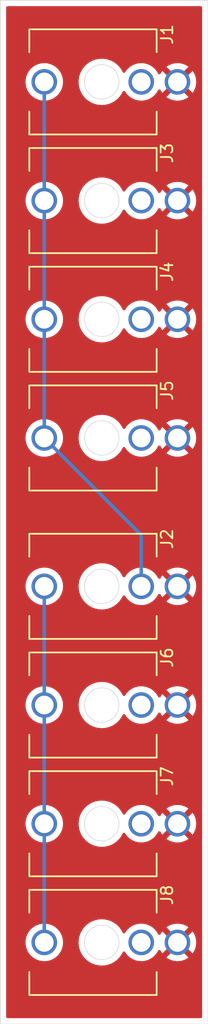
<source format=kicad_pcb>
(kicad_pcb (version 20240108) (generator "pcbnew") (generator_version "8.0")
  (layers (0 "F.Cu" signal) (31 "B.Cu" signal) (36 "B.SilkS" user "B.Silkscreen") (37 "F.SilkS" user "F.Silkscreen") (38 "B.Mask" user) (39 "F.Mask" user) (44 "Edge.Cuts" user))
  (net 0 "")
  (net 1 "Net-(J1-Pad3)")
  (net 2 "GND")
  (net 10 "Net-(J2-Pad3)")
  (footprint "Eurocad:PJ301M-12" (layer "F.Cu") (at 98.855 53.34 90)
    (property "Reference" "J4" (at 4.064 5.588 90) (layer "F.SilkS"))
    (property "Value" "OUT_A2")
    (fp_line (start 4.5 -6.2) (end 4.5 4.7) (stroke (width 0.15)) (layer "F.SilkS"))
    (fp_line (start 2.54 -6.2) (end 4.5 -6.2) (stroke (width 0.15)) (layer "F.SilkS"))
    (fp_line (start -4.5 -6.2) (end -2.54 -6.2) (stroke (width 0.15)) (layer "F.SilkS"))
    (fp_line (start -4.5 -6.2) (end -4.5 4.7) (stroke (width 0.15)) (layer "F.SilkS"))
    (fp_line (start 2.54 4.7) (end 4.5 4.7) (stroke (width 0.15)) (layer "F.SilkS"))
    (fp_line (start -4.5 4.7) (end -2.54 4.7) (stroke (width 0.15)) (layer "F.SilkS"))
    (pad "1" thru_hole circle (at 0 6.48 90) (size 2.2 2.2) (drill 1.6) (layers "*.Cu" "*.Mask") (net 2 "GND"))
    (pad "2" thru_hole circle (at 0 3.38 90) (size 2.2 2.2) (drill 1.6) (layers "*.Cu" "*.Mask"))
    (pad "3" thru_hole circle (at 0 -4.92 90) (size 2.2 2.2) (drill 1.6) (layers "*.Cu" "*.Mask") (net 1 "Net-(J1-Pad3)"))
  )
  (footprint "Eurocad:PJ301M-12" (layer "F.Cu") (at 98.855 43.18 90)
    (property "Reference" "J3" (at 4.064 5.588 90) (layer "F.SilkS"))
    (property "Value" "OUT_A1")
    (fp_line (start 4.5 -6.2) (end 4.5 4.7) (stroke (width 0.15)) (layer "F.SilkS"))
    (fp_line (start 2.54 -6.2) (end 4.5 -6.2) (stroke (width 0.15)) (layer "F.SilkS"))
    (fp_line (start -4.5 -6.2) (end -2.54 -6.2) (stroke (width 0.15)) (layer "F.SilkS"))
    (fp_line (start -4.5 -6.2) (end -4.5 4.7) (stroke (width 0.15)) (layer "F.SilkS"))
    (fp_line (start 2.54 4.7) (end 4.5 4.7) (stroke (width 0.15)) (layer "F.SilkS"))
    (fp_line (start -4.5 4.7) (end -2.54 4.7) (stroke (width 0.15)) (layer "F.SilkS"))
    (pad "1" thru_hole circle (at 0 6.48 90) (size 2.2 2.2) (drill 1.6) (layers "*.Cu" "*.Mask") (net 2 "GND"))
    (pad "2" thru_hole circle (at 0 3.38 90) (size 2.2 2.2) (drill 1.6) (layers "*.Cu" "*.Mask"))
    (pad "3" thru_hole circle (at 0 -4.92 90) (size 2.2 2.2) (drill 1.6) (layers "*.Cu" "*.Mask") (net 1 "Net-(J1-Pad3)"))
  )
  (footprint "Eurocad:PJ301M-12" (layer "F.Cu") (at 98.855 33.02 90)
    (property "Reference" "J1" (at 4.064 5.588 90) (layer "F.SilkS"))
    (property "Value" "IN_A")
    (fp_line (start 4.5 -6.2) (end 4.5 4.7) (stroke (width 0.15)) (layer "F.SilkS"))
    (fp_line (start 2.54 -6.2) (end 4.5 -6.2) (stroke (width 0.15)) (layer "F.SilkS"))
    (fp_line (start -4.5 -6.2) (end -2.54 -6.2) (stroke (width 0.15)) (layer "F.SilkS"))
    (fp_line (start -4.5 -6.2) (end -4.5 4.7) (stroke (width 0.15)) (layer "F.SilkS"))
    (fp_line (start 2.54 4.7) (end 4.5 4.7) (stroke (width 0.15)) (layer "F.SilkS"))
    (fp_line (start -4.5 4.7) (end -2.54 4.7) (stroke (width 0.15)) (layer "F.SilkS"))
    (pad "1" thru_hole circle (at 0 6.48 90) (size 2.2 2.2) (drill 1.6) (layers "*.Cu" "*.Mask") (net 2 "GND"))
    (pad "2" thru_hole circle (at 0 3.38 90) (size 2.2 2.2) (drill 1.6) (layers "*.Cu" "*.Mask"))
    (pad "3" thru_hole circle (at 0 -4.92 90) (size 2.2 2.2) (drill 1.6) (layers "*.Cu" "*.Mask") (net 1 "Net-(J1-Pad3)"))
  )
  (footprint "Eurocad:PJ301M-12" (layer "F.Cu") (at 98.855 76.2 90)
    (property "Reference" "J2" (at 4.064 5.588 90) (layer "F.SilkS"))
    (property "Value" "IN_B")
    (fp_line (start 4.5 -6.2) (end 4.5 4.7) (stroke (width 0.15)) (layer "F.SilkS"))
    (fp_line (start 2.54 -6.2) (end 4.5 -6.2) (stroke (width 0.15)) (layer "F.SilkS"))
    (fp_line (start -4.5 -6.2) (end -2.54 -6.2) (stroke (width 0.15)) (layer "F.SilkS"))
    (fp_line (start -4.5 -6.2) (end -4.5 4.7) (stroke (width 0.15)) (layer "F.SilkS"))
    (fp_line (start 2.54 4.7) (end 4.5 4.7) (stroke (width 0.15)) (layer "F.SilkS"))
    (fp_line (start -4.5 4.7) (end -2.54 4.7) (stroke (width 0.15)) (layer "F.SilkS"))
    (pad "1" thru_hole circle (at 0 6.48 90) (size 2.2 2.2) (drill 1.6) (layers "*.Cu" "*.Mask") (net 2 "GND"))
    (pad "2" thru_hole circle (at 0 3.38 90) (size 2.2 2.2) (drill 1.6) (layers "*.Cu" "*.Mask") (net 1 "Net-(J1-Pad3)"))
    (pad "3" thru_hole circle (at 0 -4.92 90) (size 2.2 2.2) (drill 1.6) (layers "*.Cu" "*.Mask") (net 10 "Net-(J2-Pad3)"))
  )
  (footprint "Eurocad:PJ301M-12" (layer "F.Cu") (at 98.855 106.68 90)
    (property "Reference" "J8" (at 4.064 5.588 90) (layer "F.SilkS"))
    (property "Value" "OUT_B3")
    (fp_line (start 4.5 -6.2) (end 4.5 4.7) (stroke (width 0.15)) (layer "F.SilkS"))
    (fp_line (start 2.54 -6.2) (end 4.5 -6.2) (stroke (width 0.15)) (layer "F.SilkS"))
    (fp_line (start -4.5 -6.2) (end -2.54 -6.2) (stroke (width 0.15)) (layer "F.SilkS"))
    (fp_line (start -4.5 -6.2) (end -4.5 4.7) (stroke (width 0.15)) (layer "F.SilkS"))
    (fp_line (start 2.54 4.7) (end 4.5 4.7) (stroke (width 0.15)) (layer "F.SilkS"))
    (fp_line (start -4.5 4.7) (end -2.54 4.7) (stroke (width 0.15)) (layer "F.SilkS"))
    (pad "1" thru_hole circle (at 0 6.48 90) (size 2.2 2.2) (drill 1.6) (layers "*.Cu" "*.Mask") (net 2 "GND"))
    (pad "2" thru_hole circle (at 0 3.38 90) (size 2.2 2.2) (drill 1.6) (layers "*.Cu" "*.Mask"))
    (pad "3" thru_hole circle (at 0 -4.92 90) (size 2.2 2.2) (drill 1.6) (layers "*.Cu" "*.Mask") (net 10 "Net-(J2-Pad3)"))
  )
  (footprint "Eurocad:PJ301M-12" (layer "F.Cu") (at 98.855 96.52 90)
    (property "Reference" "J7" (at 4.064 5.588 90) (layer "F.SilkS"))
    (property "Value" "OUT_B2")
    (fp_line (start 4.5 -6.2) (end 4.5 4.7) (stroke (width 0.15)) (layer "F.SilkS"))
    (fp_line (start 2.54 -6.2) (end 4.5 -6.2) (stroke (width 0.15)) (layer "F.SilkS"))
    (fp_line (start -4.5 -6.2) (end -2.54 -6.2) (stroke (width 0.15)) (layer "F.SilkS"))
    (fp_line (start -4.5 -6.2) (end -4.5 4.7) (stroke (width 0.15)) (layer "F.SilkS"))
    (fp_line (start 2.54 4.7) (end 4.5 4.7) (stroke (width 0.15)) (layer "F.SilkS"))
    (fp_line (start -4.5 4.7) (end -2.54 4.7) (stroke (width 0.15)) (layer "F.SilkS"))
    (pad "1" thru_hole circle (at 0 6.48 90) (size 2.2 2.2) (drill 1.6) (layers "*.Cu" "*.Mask") (net 2 "GND"))
    (pad "2" thru_hole circle (at 0 3.38 90) (size 2.2 2.2) (drill 1.6) (layers "*.Cu" "*.Mask"))
    (pad "3" thru_hole circle (at 0 -4.92 90) (size 2.2 2.2) (drill 1.6) (layers "*.Cu" "*.Mask") (net 10 "Net-(J2-Pad3)"))
  )
  (footprint "Eurocad:PJ301M-12" (layer "F.Cu") (at 98.855 86.36 90)
    (property "Reference" "J6" (at 4.064 5.588 90) (layer "F.SilkS"))
    (property "Value" "OUT_B1")
    (fp_line (start 4.5 -6.2) (end 4.5 4.7) (stroke (width 0.15)) (layer "F.SilkS"))
    (fp_line (start 2.54 -6.2) (end 4.5 -6.2) (stroke (width 0.15)) (layer "F.SilkS"))
    (fp_line (start -4.5 -6.2) (end -2.54 -6.2) (stroke (width 0.15)) (layer "F.SilkS"))
    (fp_line (start -4.5 -6.2) (end -4.5 4.7) (stroke (width 0.15)) (layer "F.SilkS"))
    (fp_line (start 2.54 4.7) (end 4.5 4.7) (stroke (width 0.15)) (layer "F.SilkS"))
    (fp_line (start -4.5 4.7) (end -2.54 4.7) (stroke (width 0.15)) (layer "F.SilkS"))
    (pad "1" thru_hole circle (at 0 6.48 90) (size 2.2 2.2) (drill 1.6) (layers "*.Cu" "*.Mask") (net 2 "GND"))
    (pad "2" thru_hole circle (at 0 3.38 90) (size 2.2 2.2) (drill 1.6) (layers "*.Cu" "*.Mask"))
    (pad "3" thru_hole circle (at 0 -4.92 90) (size 2.2 2.2) (drill 1.6) (layers "*.Cu" "*.Mask") (net 10 "Net-(J2-Pad3)"))
  )
  (footprint "Eurocad:PJ301M-12" (layer "F.Cu") (at 98.855 63.5 90)
    (property "Reference" "J5" (at 4.064 5.588 90) (layer "F.SilkS"))
    (property "Value" "OUT_A3")
    (fp_line (start 4.5 -6.2) (end 4.5 4.7) (stroke (width 0.15)) (layer "F.SilkS"))
    (fp_line (start 2.54 -6.2) (end 4.5 -6.2) (stroke (width 0.15)) (layer "F.SilkS"))
    (fp_line (start -4.5 -6.2) (end -2.54 -6.2) (stroke (width 0.15)) (layer "F.SilkS"))
    (fp_line (start -4.5 -6.2) (end -4.5 4.7) (stroke (width 0.15)) (layer "F.SilkS"))
    (fp_line (start 2.54 4.7) (end 4.5 4.7) (stroke (width 0.15)) (layer "F.SilkS"))
    (fp_line (start -4.5 4.7) (end -2.54 4.7) (stroke (width 0.15)) (layer "F.SilkS"))
    (pad "1" thru_hole circle (at 0 6.48 90) (size 2.2 2.2) (drill 1.6) (layers "*.Cu" "*.Mask") (net 2 "GND"))
    (pad "2" thru_hole circle (at 0 3.38 90) (size 2.2 2.2) (drill 1.6) (layers "*.Cu" "*.Mask"))
    (pad "3" thru_hole circle (at 0 -4.92 90) (size 2.2 2.2) (drill 1.6) (layers "*.Cu" "*.Mask") (net 1 "Net-(J1-Pad3)"))
  )
  (gr_circle (center 98.855 96.52) (end 100.33 96.52) (stroke (width 0.05)) (fill none) (layer "Edge.Cuts"))
  (gr_circle (center 98.855 53.34) (end 100.33 53.34) (stroke (width 0.05)) (fill none) (layer "Edge.Cuts"))
  (gr_circle (center 98.855 33.02) (end 100.33 33.02) (stroke (width 0.05)) (fill none) (layer "Edge.Cuts"))
  (gr_circle (center 98.855 76.2) (end 100.33 76.2) (stroke (width 0.05)) (fill none) (layer "Edge.Cuts"))
  (gr_line (start 107.95 113.665) (end 107.95 26.035) (stroke (width 0.05)) (layer "Edge.Cuts"))
  (gr_circle (center 98.855 106.68) (end 100.33 106.68) (stroke (width 0.05)) (fill none) (layer "Edge.Cuts"))
  (gr_line (start 90.17 26.035) (end 90.17 113.665) (stroke (width 0.05)) (layer "Edge.Cuts"))
  (gr_circle (center 98.855 43.18) (end 100.33 43.18) (stroke (width 0.05)) (fill none) (layer "Edge.Cuts"))
  (gr_circle (center 98.855 86.36) (end 100.33 86.36) (stroke (width 0.05)) (fill none) (layer "Edge.Cuts"))
  (gr_line (start 90.17 113.665) (end 107.95 113.665) (stroke (width 0.05)) (layer "Edge.Cuts"))
  (gr_circle (center 98.855 63.5) (end 100.33 63.5) (stroke (width 0.05)) (fill none) (layer "Edge.Cuts"))
  (gr_line (start 107.95 26.035) (end 90.17 26.035) (stroke (width 0.05)) (layer "Edge.Cuts"))
  (segment (start 93.935 33.02) (end 93.935 43.18) (width 0.3) (layer "B.Cu") (net 1))
  (segment (start 93.935 43.18) (end 93.935 53.34) (width 0.3) (layer "B.Cu") (net 1))
  (segment (start 93.935 63.5) (end 102.235 71.8) (width 0.3) (layer "B.Cu") (net 1))
  (segment (start 93.935 53.34) (end 93.935 63.5) (width 0.3) (layer "B.Cu") (net 1))
  (segment (start 102.235 71.8) (end 102.235 76.2) (width 0.3) (layer "B.Cu") (net 1))
  (segment (start 93.935 76.2) (end 93.935 86.36) (width 0.3) (layer "B.Cu") (net 10))
  (segment (start 93.935 96.52) (end 93.935 106.68) (width 0.3) (layer "B.Cu") (net 10))
  (segment (start 93.935 86.36) (end 93.935 96.52) (width 0.3) (layer "B.Cu") (net 10))
  (zone (net 2) (net_name "GND") (layer "F.Cu") (connect_pads (clearance 0.5)) (min_thickness 0.25) (fill yes (thermal_gap 0.5) (thermal_bridge_width 0.5))
    (polygon (pts (xy 107.95 26.035) (xy 90.17 26.035) (xy 90.17 113.665) (xy 107.95 113.665)))
  )
)
</source>
